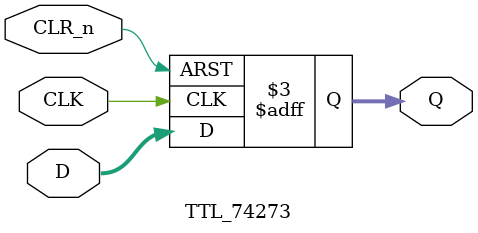
<source format=v>
/**************************************************************************
** 74273                                                                 **
** OCTAL D-TYPE FLIP-FLOP WITH COMMON CLOCK AND ASYNCHRONOUS CLEAR       **
** (NONE NEGATING)                                                       **
**                                                                       **
** Documentation:  https://www.ti.com/lit/ds/symlink/sn54ls273-sp.pdf    **
**                                                                       **
** Last reviewed: 25-MAY-2024                                            **
** Ronny Hansen                                                          **
***************************************************************************/


module TTL_74273 (
    input wire CLK,        // Clock input
    input wire CLR_n,      // Active low clear input
    input wire [7:0] D,    // 8-bit data input
    output reg [7:0] Q     // 8-bit output
);

    // Flip-flop logic
    always @(posedge CLK or negedge CLR_n) begin
        if (!CLR_n) begin
            Q <= 8'b0;     // Reset output to 0 when clr_n is low
        end else begin
            Q <= D;        // Load data into flip-flops on rising edge of clk
        end
    end

endmodule

</source>
